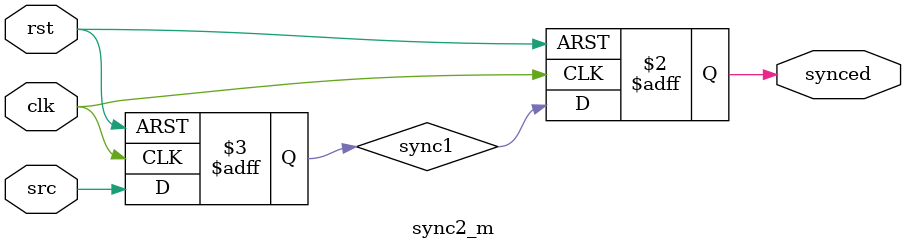
<source format=v>
`timescale 1ns / 1ps

module sync2_m (
    input wire clk,       // Clock for destination domain (clk2)
    input wire rst,       // Reset signal
    input wire src,       // Signal from source domain (clk1)
    output reg synced     // Synchronized signal to destination domain
);

    reg sync1; // Intermediate signal after first flip-flop

    always @(posedge clk or posedge rst) begin
        if (rst) begin
            sync1 <= 0;    // Reset first flip-flop
            synced <= 0;   // Reset second flip-flop
        end else begin
            sync1 <= src;  // Capture source signal in first FF
            synced <= sync1; // Stabilize signal in second FF
        end
    end
endmodule


</source>
